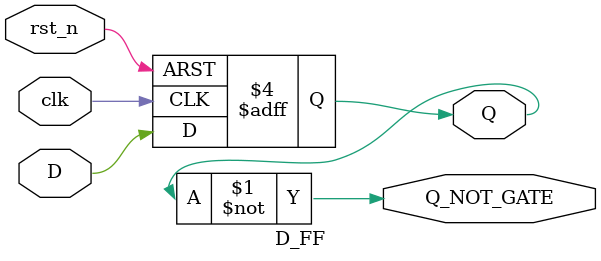
<source format=v>
module D_FF (
	input clk,  
	input D,
	input rst_n,  
	output reg Q,
	output Q_NOT_GATE
);
	assign Q_NOT_GATE = ~Q;

	always @(posedge clk or negedge rst_n) begin
		if(~rst_n) begin
			Q <= 0;
		end else begin
			Q <= D;
		end
	end

endmodule
</source>
